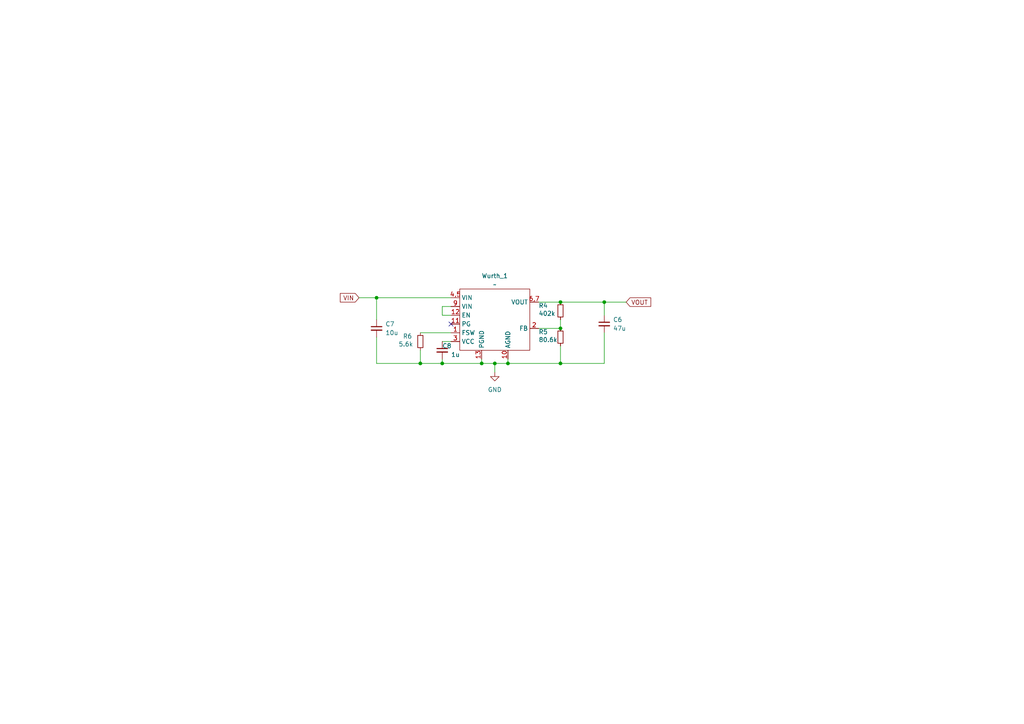
<source format=kicad_sch>
(kicad_sch (version 20231120) (generator "eeschema") (generator_version "8.0")
  (paper "A4")
  (lib_symbols
    (symbol "Device:C_Small" (pin_numbers hide) (pin_names (offset 0.254) hide)
      (property "Reference" "C" (at 0.254 1.778 0))
      (property "Value" "C_Small" (at 0.254 -2.032 0))
      (symbol "C_Small_0_1"
        (polyline (pts (xy -1.524 -0.508) (xy 1.524 -0.508)) (stroke (width 0.3302)))
        (polyline (pts (xy -1.524 0.508) (xy 1.524 0.508)) (stroke (width 0.3048)))
      )
      (symbol "C_Small_1_1"
        (pin passive line (at 0 2.54 270) (length 2.032) (name "~") (number "1"))
        (pin passive line (at 0 -2.54 90) (length 2.032) (name "~") (number "2"))
      )
    )
    (symbol "Device:R_Small" (pin_numbers hide) (pin_names (offset 0.254) hide)
      (property "Reference" "R" (at 0.762 0.508 0))
      (property "Value" "R_Small" (at 0.762 -1.016 0))
      (symbol "R_Small_0_1"
        (rectangle (start -0.762 1.778) (end 0.762 -1.778) (stroke (width 0.2032)))
      )
      (symbol "R_Small_1_1"
        (pin passive line (at 0 2.54 270) (length 0.762) (name "~") (number "1"))
        (pin passive line (at 0 -2.54 90) (length 0.762) (name "~") (number "2"))
      )
    )
    (symbol "power:GND" (power) (pin_numbers hide) (pin_names (offset 0) hide)
      (property "Value" "GND" (at 0 -3.81 0))
      (symbol "GND_0_1"
        (polyline (pts (xy 0 0) (xy 0 -1.27) (xy 1.27 -1.27) (xy 0 -2.54) (xy -1.27 -1.27) (xy 0 -1.27)))
      )
      (symbol "GND_1_1"
        (pin power_in line (at 0 0 270) (length 0) (name "~") (number "1"))
      )
    )
    (symbol "regulator:_17101380"
      (property "Reference" "Wurth_17101380" (at 0 0 0))
      (symbol "_17101380_0_1"
        (rectangle (start -10.16 8.89) (end 10.16 -8.89))
      )
      (symbol "_17101380_1_1"
        (pin input line (at -12.7 -3.81 0) (length 2.54) (name "FSW") (number "1"))
        (pin power_in line (at 3.81 -11.43 90) (length 2.54) (name "AGND") (number "10"))
        (pin output line (at -12.7 -1.27 0) (length 2.54) (name "PG") (number "11"))
        (pin power_out line (at -12.7 1.27 0) (length 2.54) (name "EN") (number "12"))
        (pin power_in line (at -3.81 -11.43 90) (length 2.54) (name "PGND") (number "13"))
        (pin input line (at 12.7 -2.54 180) (length 2.54) (name "FB") (number "2"))
        (pin power_out line (at -12.7 -6.35 0) (length 2.54) (name "VCC") (number "3"))
        (pin power_in line (at -12.7 6.35 0) (length 2.54) (name "VIN") (number "4,5"))
        (pin power_out line (at 12.7 5.08 180) (length 2.54) (name "VOUT") (number "6,7"))
        (pin power_in line (at -12.7 3.81 0) (length 2.54) (name "VIN") (number "9"))
      )
    )
  )
  (junction (at 162.56 87.63))
  (junction (at 139.7 105.41))
  (junction (at 147.32 105.41))
  (junction (at 143.51 105.41))
  (junction (at 162.56 95.25))
  (junction (at 109.22 86.36))
  (junction (at 128.27 105.41))
  (junction (at 121.92 105.41))
  (junction (at 162.56 105.41))
  (junction (at 175.26 87.63))
  (no_connect (at 130.81 93.98))
  (wire (pts (xy 128.27 104.14) (xy 128.27 105.41)))
  (wire (pts (xy 128.27 105.41) (xy 139.7 105.41)))
  (wire (pts (xy 147.32 105.41) (xy 143.51 105.41)))
  (wire (pts (xy 109.22 105.41) (xy 121.92 105.41)))
  (wire (pts (xy 109.22 97.79) (xy 109.22 105.41)))
  (wire (pts (xy 104.14 86.36) (xy 109.22 86.36)))
  (wire (pts (xy 109.22 86.36) (xy 109.22 92.71)))
  (wire (pts (xy 162.56 105.41) (xy 147.32 105.41)))
  (wire (pts (xy 109.22 86.36) (xy 130.81 86.36)))
  (wire (pts (xy 147.32 104.14) (xy 147.32 105.41)))
  (wire (pts (xy 162.56 100.33) (xy 162.56 105.41)))
  (wire (pts (xy 121.92 96.52) (xy 130.81 96.52)))
  (wire (pts (xy 175.26 87.63) (xy 162.56 87.63)))
  (wire (pts (xy 130.81 88.9) (xy 128.27 88.9)))
  (wire (pts (xy 175.26 87.63) (xy 181.61 87.63)))
  (wire (pts (xy 121.92 101.6) (xy 121.92 105.41)))
  (wire (pts (xy 156.21 95.25) (xy 162.56 95.25)))
  (wire (pts (xy 128.27 99.06) (xy 130.81 99.06)))
  (wire (pts (xy 162.56 92.71) (xy 162.56 95.25)))
  (wire (pts (xy 143.51 105.41) (xy 139.7 105.41)))
  (wire (pts (xy 156.21 87.63) (xy 162.56 87.63)))
  (wire (pts (xy 128.27 88.9) (xy 128.27 91.44)))
  (wire (pts (xy 175.26 91.44) (xy 175.26 87.63)))
  (wire (pts (xy 175.26 96.52) (xy 175.26 105.41)))
  (wire (pts (xy 128.27 91.44) (xy 130.81 91.44)))
  (wire (pts (xy 143.51 105.41) (xy 143.51 107.95)))
  (wire (pts (xy 121.92 105.41) (xy 128.27 105.41)))
  (wire (pts (xy 139.7 105.41) (xy 139.7 104.14)))
  (wire (pts (xy 175.26 105.41) (xy 162.56 105.41)))
  (global_label "VIN" (shape input) (at 104.14 86.36 180) (property "Intersheetrefs" "${INTERSHEET_REFS}" (effects (hide yes))))
  (global_label "VOUT" (shape input) (at 181.61 87.63 0) (property "Intersheetrefs" "${INTERSHEET_REFS}" (effects (hide yes))))
  (symbol (lib_id "Device:R_Small") (at 121.92 99.06 0) (unit 1)
    (property "Reference" "R6" (at 116.84 97.536 0) (effects (justify left)))
    (property "Value" "5.6k" (at 115.57 99.822 0) (effects (justify left)))
    (property "Footprint" "Resistor_SMD:R_0402_1005Metric" (effects (hide yes)))
    (property "Description" "Resistor, small symbol" (effects (hide yes)))
  )
  (symbol (lib_id "Device:C_Small") (at 109.22 95.25 0) (unit 1)
    (property "Reference" "C7" (at 111.76 93.9862 0) (effects (justify left)))
    (property "Value" "10u" (at 111.76 96.5262 0) (effects (justify left)))
    (property "Footprint" "Capacitor_SMD:C_0402_1005Metric" (effects (hide yes)))
    (property "Description" "Unpolarized capacitor, small symbol" (effects (hide yes)))
  )
  (symbol (lib_id "Device:C_Small") (at 175.26 93.98 0) (unit 1)
    (property "Reference" "C6" (at 177.8 92.7162 0) (effects (justify left)))
    (property "Value" "47u" (at 177.8 95.2562 0) (effects (justify left)))
    (property "Footprint" "Capacitor_SMD:C_0402_1005Metric" (effects (hide yes)))
    (property "Description" "Unpolarized capacitor, small symbol" (effects (hide yes)))
  )
  (symbol (lib_id "Device:R_Small") (at 162.56 90.17 0) (unit 1)
    (property "Reference" "R4" (at 156.21 88.646 0) (effects (justify left)))
    (property "Value" "402k" (at 156.21 90.932 0) (effects (justify left)))
    (property "Footprint" "Resistor_SMD:R_0402_1005Metric" (effects (hide yes)))
    (property "Description" "Resistor, small symbol" (effects (hide yes)))
  )
  (symbol (lib_id "power:GND") (at 143.51 107.95 0) (unit 1)
    (property "Reference" "#PWR02" (effects (hide yes)))
    (property "Value" "GND" (at 143.51 113.03 0))
    (property "Description" "Power symbol creates a global label with name \"GND\" , ground" (effects (hide yes)))
  )
  (symbol (lib_id "regulator:_17101380") (at 143.51 92.71 0) (unit 1)
    (property "Reference" "Wurth_1" (at 143.51 80.01 0))
    (property "Value" "~" (at 143.51 82.55 0))
    (property "Footprint" "regulator:171013801" (effects (hide yes)))
  )
  (symbol (lib_id "Device:R_Small") (at 162.56 97.79 0) (unit 1)
    (property "Reference" "R5" (at 156.21 96.266 0) (effects (justify left)))
    (property "Value" "80.6k" (at 156.21 98.552 0) (effects (justify left)))
    (property "Footprint" "Resistor_SMD:R_0402_1005Metric" (effects (hide yes)))
    (property "Description" "Resistor, small symbol" (effects (hide yes)))
  )
  (symbol (lib_id "Device:C_Small") (at 128.27 101.6 0) (unit 1)
    (property "Reference" "C8" (at 128.27 100.33 0) (effects (justify left)))
    (property "Value" "1u" (at 130.81 102.8762 0) (effects (justify left)))
    (property "Footprint" "Capacitor_SMD:C_0402_1005Metric" (effects (hide yes)))
    (property "Description" "Unpolarized capacitor, small symbol" (effects (hide yes)))
  )
)
</source>
